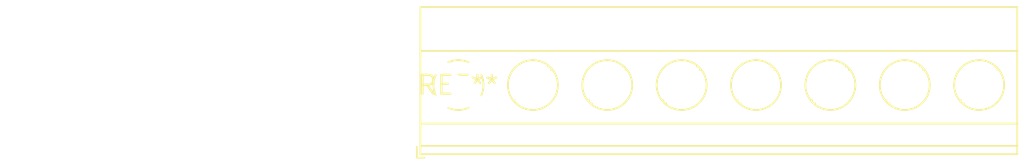
<source format=kicad_pcb>
(kicad_pcb (version 20240108) (generator pcbnew)
  (layers (0 "F.Cu" signal) (31 "B.Cu" signal) (34 "B.Paste" user) (35 "F.Paste" user) (36 "B.SilkS" user "B.Silkscreen") (37 "F.SilkS" user "F.Silkscreen") (38 "B.Mask" user) (39 "F.Mask" user) (44 "Edge.Cuts" user))
  (net 0 "")
  (footprint "TerminalBlock_Phoenix_MKDS-1,5-8_1x08_P5.00mm_Horizontal" (layer "F.Cu") (at 0 0)
    (property "Reference" "REF**")
    (property "Value" "TerminalBlock_Phoenix_MKDS-1,5-8_1x08_P5.00mm_Horizontal")
    (fp_line (start -2.8 4.16) (end -2.8 4.9) (layer "F.SilkS") (stroke (width 0.12)))
    (fp_line (start -2.8 4.9) (end -2.3 4.9) (layer "F.SilkS") (stroke (width 0.12)))
    (fp_line (start -2.56 -5.261) (end -2.56 4.66) (layer "F.SilkS") (stroke (width 0.12)))
    (fp_line (start -2.56 -5.261) (end 37.56 -5.261) (layer "F.SilkS") (stroke (width 0.12)))
    (fp_line (start -2.56 -2.301) (end 37.56 -2.301) (layer "F.SilkS") (stroke (width 0.12)))
    (fp_line (start -2.56 2.6) (end 37.56 2.6) (layer "F.SilkS") (stroke (width 0.12)))
    (fp_line (start -2.56 4.1) (end 37.56 4.1) (layer "F.SilkS") (stroke (width 0.12)))
    (fp_line (start -2.56 4.66) (end 37.56 4.66) (layer "F.SilkS") (stroke (width 0.12)))
    (fp_line (start 3.773 1.023) (end 3.726 1.069) (layer "F.SilkS") (stroke (width 0.12)))
    (fp_line (start 3.966 1.239) (end 3.931 1.274) (layer "F.SilkS") (stroke (width 0.12)))
    (fp_line (start 6.07 -1.275) (end 6.035 -1.239) (layer "F.SilkS") (stroke (width 0.12)))
    (fp_line (start 6.275 -1.069) (end 6.228 -1.023) (layer "F.SilkS") (stroke (width 0.12)))
    (fp_line (start 8.773 1.023) (end 8.726 1.069) (layer "F.SilkS") (stroke (width 0.12)))
    (fp_line (start 8.966 1.239) (end 8.931 1.274) (layer "F.SilkS") (stroke (width 0.12)))
    (fp_line (start 11.07 -1.275) (end 11.035 -1.239) (layer "F.SilkS") (stroke (width 0.12)))
    (fp_line (start 11.275 -1.069) (end 11.228 -1.023) (layer "F.SilkS") (stroke (width 0.12)))
    (fp_line (start 13.773 1.023) (end 13.726 1.069) (layer "F.SilkS") (stroke (width 0.12)))
    (fp_line (start 13.966 1.239) (end 13.931 1.274) (layer "F.SilkS") (stroke (width 0.12)))
    (fp_line (start 16.07 -1.275) (end 16.035 -1.239) (layer "F.SilkS") (stroke (width 0.12)))
    (fp_line (start 16.275 -1.069) (end 16.228 -1.023) (layer "F.SilkS") (stroke (width 0.12)))
    (fp_line (start 18.773 1.023) (end 18.726 1.069) (layer "F.SilkS") (stroke (width 0.12)))
    (fp_line (start 18.966 1.239) (end 18.931 1.274) (layer "F.SilkS") (stroke (width 0.12)))
    (fp_line (start 21.07 -1.275) (end 21.035 -1.239) (layer "F.SilkS") (stroke (width 0.12)))
    (fp_line (start 21.275 -1.069) (end 21.228 -1.023) (layer "F.SilkS") (stroke (width 0.12)))
    (fp_line (start 23.773 1.023) (end 23.726 1.069) (layer "F.SilkS") (stroke (width 0.12)))
    (fp_line (start 23.966 1.239) (end 23.931 1.274) (layer "F.SilkS") (stroke (width 0.12)))
    (fp_line (start 26.07 -1.275) (end 26.035 -1.239) (layer "F.SilkS") (stroke (width 0.12)))
    (fp_line (start 26.275 -1.069) (end 26.228 -1.023) (layer "F.SilkS") (stroke (width 0.12)))
    (fp_line (start 28.773 1.023) (end 28.726 1.069) (layer "F.SilkS") (stroke (width 0.12)))
    (fp_line (start 28.966 1.239) (end 28.931 1.274) (layer "F.SilkS") (stroke (width 0.12)))
    (fp_line (start 31.07 -1.275) (end 31.035 -1.239) (layer "F.SilkS") (stroke (width 0.12)))
    (fp_line (start 31.275 -1.069) (end 31.228 -1.023) (layer "F.SilkS") (stroke (width 0.12)))
    (fp_line (start 33.773 1.023) (end 33.726 1.069) (layer "F.SilkS") (stroke (width 0.12)))
    (fp_line (start 33.966 1.239) (end 33.931 1.274) (layer "F.SilkS") (stroke (width 0.12)))
    (fp_line (start 36.07 -1.275) (end 36.035 -1.239) (layer "F.SilkS") (stroke (width 0.12)))
    (fp_line (start 36.275 -1.069) (end 36.228 -1.023) (layer "F.SilkS") (stroke (width 0.12)))
    (fp_line (start 37.56 -5.261) (end 37.56 4.66) (layer "F.SilkS") (stroke (width 0.12)))
    (fp_arc (start -1.535427 0.683042) (mid -1.680501 -0.000524) (end -1.535 -0.684) (layer "F.SilkS") (stroke (width 0.12)))
    (fp_arc (start -0.683042 -1.535427) (mid 0.000524 -1.680501) (end 0.684 -1.535) (layer "F.SilkS") (stroke (width 0.12)))
    (fp_arc (start 0.028805 1.680253) (mid -0.335551 1.646659) (end -0.684 1.535) (layer "F.SilkS") (stroke (width 0.12)))
    (fp_arc (start 0.683318 1.534756) (mid 0.349292 1.643288) (end 0 1.68) (layer "F.SilkS") (stroke (width 0.12)))
    (fp_arc (start 1.535427 -0.683042) (mid 1.680501 0.000524) (end 1.535 0.684) (layer "F.SilkS") (stroke (width 0.12)))
    (fp_circle (center 5 0) (end 6.68 0) (layer "F.SilkS") (stroke (width 0.12)) (fill none))
    (fp_circle (center 10 0) (end 11.68 0) (layer "F.SilkS") (stroke (width 0.12)) (fill none))
    (fp_circle (center 15 0) (end 16.68 0) (layer "F.SilkS") (stroke (width 0.12)) (fill none))
    (fp_circle (center 20 0) (end 21.68 0) (layer "F.SilkS") (stroke (width 0.12)) (fill none))
    (fp_circle (center 25 0) (end 26.68 0) (layer "F.SilkS") (stroke (width 0.12)) (fill none))
    (fp_circle (center 30 0) (end 31.68 0) (layer "F.SilkS") (stroke (width 0.12)) (fill none))
    (fp_circle (center 35 0) (end 36.68 0) (layer "F.SilkS") (stroke (width 0.12)) (fill none))
    (pad "1" thru_hole rect (at 0 0) (size 2.6 2.6) (drill 1.3) (layers *.Cu *.Mask) (remove_unused_layers))
    (pad "2" thru_hole circle (at 5 0) (size 2.6 2.6) (drill 1.3) (layers *.Cu *.Mask) (remove_unused_layers))
    (pad "3" thru_hole circle (at 10 0) (size 2.6 2.6) (drill 1.3) (layers *.Cu *.Mask) (remove_unused_layers))
    (pad "4" thru_hole circle (at 15 0) (size 2.6 2.6) (drill 1.3) (layers *.Cu *.Mask) (remove_unused_layers))
    (pad "5" thru_hole circle (at 20 0) (size 2.6 2.6) (drill 1.3) (layers *.Cu *.Mask) (remove_unused_layers))
    (pad "6" thru_hole circle (at 25 0) (size 2.6 2.6) (drill 1.3) (layers *.Cu *.Mask) (remove_unused_layers))
    (pad "7" thru_hole circle (at 30 0) (size 2.6 2.6) (drill 1.3) (layers *.Cu *.Mask) (remove_unused_layers))
    (pad "8" thru_hole circle (at 35 0) (size 2.6 2.6) (drill 1.3) (layers *.Cu *.Mask) (remove_unused_layers))
  )
)
</source>
